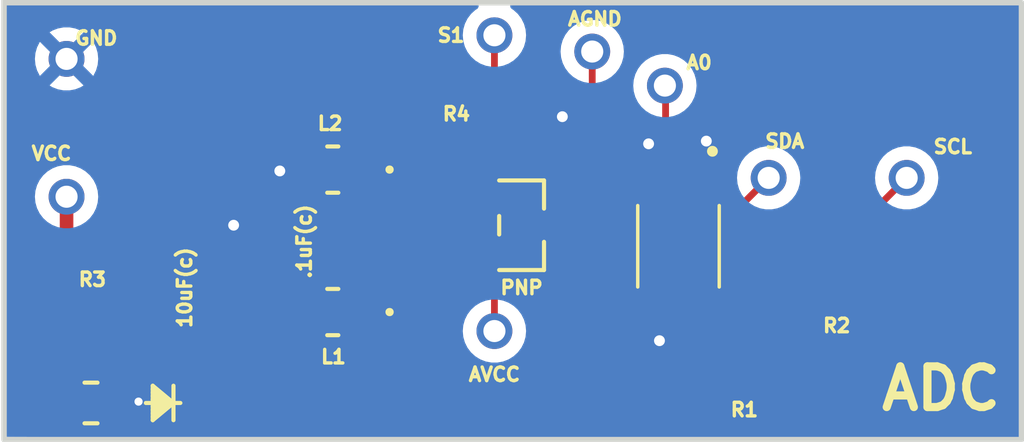
<source format=kicad_pcb>
(kicad_pcb (version 20240108) (generator "pcbnew") (generator_version "8.0")
  (layers (0 "F.Cu" signal) (31 "B.Cu" signal) (34 "B.Paste" user) (35 "F.Paste" user) (36 "B.SilkS" user "B.Silkscreen") (37 "F.SilkS" user "F.Silkscreen") (38 "B.Mask" user) (39 "F.Mask" user) (44 "Edge.Cuts" user))
  (net 0 "")
  (net 1 "/VCC")
  (net 3 "/GND")
  (net 4 "/AGND")
  (net 5 "/AVCC")
  (net 6 "/A0")
  (net 7 "/SDA")
  (net 8 "/SCL")
  (net 9 "Net-(LED1-Pad2)")
  (net 10 "/S1")
  (footprint "pPSI:1 pin header" (layer "F.Cu") (at 37.3 24.5)
    (property "Reference" "AVCC" (at 0 1.6 0) (layer "F.SilkS") (effects (font (size 0.5 0.5) (thickness 0.125))))
    (property "Value" "Conn_01x01" (hide yes))
    (pad "1" thru_hole circle (at 0 0) (size 1.3208 1.3208) (drill 0.8128) (layers "*.Cu" "*.Mask") (net 5 "/AVCC"))
  )
  (footprint "pPSI:green LED" (layer "F.Cu") (at 22.45 27.15 180)
    (property "Reference" "LED1" (hide yes))
    (property "Value" "PWR" (hide yes))
    (fp_line (start 0.23855 -0.7493) (end -0.23855 -0.7493) (stroke (width 0.1524)) (layer "F.SilkS"))
    (fp_line (start -0.23855 0.7493) (end 0.23855 0.7493) (stroke (width 0.1524)) (layer "F.SilkS"))
    (fp_line (start -2.0193 0) (end -3.2893 0) (stroke (width 0.1524)) (layer "F.SilkS"))
    (fp_line (start -2.2733 -0.635) (end -2.2733 0.635) (stroke (width 0.1524)) (layer "F.SilkS"))
    (fp_line (start -3.0353 0) (end -2.2733 0.635) (stroke (width 0.1524)) (layer "F.SilkS"))
    (fp_line (start -3.0353 0) (end -2.2733 0.508) (stroke (width 0.1524)) (layer "F.SilkS"))
    (fp_line (start -3.0353 0) (end -2.2733 0.381) (stroke (width 0.1524)) (layer "F.SilkS"))
    (fp_line (start -3.0353 0) (end -2.2733 0.254) (stroke (width 0.1524)) (layer "F.SilkS"))
    (fp_line (start -3.0353 0) (end -2.2733 0.127) (stroke (width 0.1524)) (layer "F.SilkS"))
    (fp_line (start -3.0353 0) (end -2.2733 -0.127) (stroke (width 0.1524)) (layer "F.SilkS"))
    (fp_line (start -3.0353 0) (end -2.2733 -0.254) (stroke (width 0.1524)) (layer "F.SilkS"))
    (fp_line (start -3.0353 0) (end -2.2733 -0.381) (stroke (width 0.1524)) (layer "F.SilkS"))
    (fp_line (start -3.0353 0) (end -2.2733 -0.508) (stroke (width 0.1524)) (layer "F.SilkS"))
    (fp_line (start -3.0353 0) (end -2.2733 -0.635) (stroke (width 0.1524)) (layer "F.SilkS"))
    (fp_line (start -3.0353 -0.635) (end -3.0353 0.635) (stroke (width 0.1524)) (layer "F.SilkS"))
    (pad "1" smd rect (at -0.7747 0 180) (size 0.4572 1.2446) (layers "F.Cu" "F.Paste" "F.Mask") (net 3 "/GND"))
    (pad "2" smd rect (at 0.7747 0 180) (size 0.4572 1.2446) (layers "F.Cu" "F.Paste" "F.Mask") (net 9 "Net-(LED1-Pad2)"))
  )
  (footprint "pPSI:10kohm resistor" (layer "F.Cu") (at 38 16.5 180)
    (property "Reference" "R4" (at 2.1 0 180) (layer "F.SilkS") (effects (font (size 0.5 0.5) (thickness 0.125))))
    (property "Value" "10k" (hide yes))
    (pad "1" smd rect (at -0.7141 0 180) (size 1 2.1082) (layers "F.Cu" "F.Paste" "F.Mask") (net 3 "/GND"))
    (pad "2" smd rect (at 0.7141 0 180) (size 1 2.1082) (layers "F.Cu" "F.Paste" "F.Mask") (net 10 "/S1"))
  )
  (footprint "pPSI:1 pin header" (layer "F.Cu") (at 37.3 13.6 180)
    (property "Reference" "S1" (at 1.6 0 0) (layer "F.SilkS") (effects (font (size 0.5 0.5) (thickness 0.125))))
    (property "Value" "Conn_01x01" (hide yes))
    (pad "1" thru_hole circle (at 0 0 180) (size 1.3208 1.3208) (drill 0.8128) (layers "*.Cu" "*.Mask") (net 10 "/S1"))
  )
  (footprint "pPSI:10kohm resistor" (layer "F.Cu") (at 48.0027 23.555 180)
    (property "Reference" "R2" (at -1.8973 -0.745 0) (layer "F.SilkS") (effects (font (size 0.5 0.5) (thickness 0.125))))
    (property "Value" "10kohm" (hide yes))
    (pad "1" smd rect (at -0.6223 0 180) (size 0.8128 2.1082) (layers "F.Cu" "F.Paste" "F.Mask") (net 1 "/VCC"))
    (pad "2" smd rect (at 0.6223 0 180) (size 0.8128 2.1082) (layers "F.Cu" "F.Paste" "F.Mask") (net 8 "/SCL"))
  )
  (footprint "pPSI:10kohm resistor" (layer "F.Cu") (at 44.575 26.605 90)
    (property "Reference" "R1" (at -0.795 1.925 180) (layer "F.SilkS") (effects (font (size 0.5 0.5) (thickness 0.125))))
    (property "Value" "10kohm" (hide yes))
    (pad "1" smd rect (at -0.6223 0 90) (size 0.8128 2.1082) (layers "F.Cu" "F.Paste" "F.Mask") (net 1 "/VCC"))
    (pad "2" smd rect (at 0.6223 0 90) (size 0.8128 2.1082) (layers "F.Cu" "F.Paste" "F.Mask") (net 7 "/SDA"))
  )
  (footprint "pPSI:10kohm resistor" (layer "F.Cu") (at 21.7 24.45 90)
    (property "Reference" "R3" (at 1.85 0.8 180) (layer "F.SilkS") (effects (font (size 0.5 0.5) (thickness 0.125))))
    (property "Value" "10k" (hide yes))
    (pad "1" smd rect (at -0.6223 0 90) (size 0.8128 2.1082) (layers "F.Cu" "F.Paste" "F.Mask") (net 9 "Net-(LED1-Pad2)"))
    (pad "2" smd rect (at 0.6223 0 90) (size 0.8128 2.1082) (layers "F.Cu" "F.Paste" "F.Mask") (net 1 "/VCC"))
  )
  (footprint "pPSI:PNP Transistor" (layer "F.Cu") (at 38.3 20.6 -90)
    (property "Reference" "T1" (hide yes))
    (property "Value" "PNP" (at 2.3 0 180) (layer "F.SilkS") (effects (font (size 0.5 0.5) (thickness 0.125))))
    (fp_line (start -0.34036 0.8255) (end 0.34036 0.8255) (stroke (width 0.1524)) (layer "F.SilkS"))
    (fp_line (start 1.651 0.8255) (end 1.651 -0.8255) (stroke (width 0.1524)) (layer "F.SilkS"))
    (fp_line (start -1.651 -0.8255) (end -1.651 0.8255) (stroke (width 0.1524)) (layer "F.SilkS"))
    (fp_line (start -0.61214 -0.8255) (end -1.651 -0.8255) (stroke (width 0.1524)) (layer "F.SilkS"))
    (fp_line (start 1.651 -0.8255) (end 0.61214 -0.8255) (stroke (width 0.1524)) (layer "F.SilkS"))
    (pad "1" smd rect (at -0.9525 0.9652 270) (size 0.75 1.5) (layers "F.Cu" "F.Paste" "F.Mask") (net 10 "/S1"))
    (pad "2" smd rect (at 0.9525 0.9652 270) (size 0.75 1.5) (layers "F.Cu" "F.Paste" "F.Mask") (net 5 "/AVCC"))
    (pad "3" smd rect (at 0 -0.9652 270) (size 0.75 1.5) (layers "F.Cu" "F.Paste" "F.Mask") (net 4 "/AGND"))
  )
  (footprint "pPSI:.1uF ceramic capacitor" (layer "F.Cu") (at 32.25 21.1932 -90)
    (property "Reference" "C2" (hide yes))
    (property "Value" ".1uF(c)" (at 0.0068 1.95 90) (layer "F.SilkS") (effects (font (size 0.5 0.5) (thickness 0.125))))
    (pad "1" smd rect (at -0.6068 0 270) (size 0.731 2.0066) (layers "F.Cu" "F.Paste" "F.Mask") (net 4 "/AGND"))
    (pad "2" smd rect (at 0.6068 0 270) (size 0.731 2.0066) (layers "F.Cu" "F.Paste" "F.Mask") (net 5 "/AVCC"))
  )
  (footprint "pPSI:2 pin header" (layer "F.Cu") (at 47.395 18.855)
    (property "Reference" "J1" (hide yes))
    (property "Value" "2-pin-header" (hide yes))
    (pad "1" thru_hole circle (at 0 0) (size 1.3208 1.3208) (drill 0.8128) (layers "*.Cu" "*.Mask") (net 7 "/SDA"))
    (pad "2" thru_hole circle (at 5.08 0) (size 1.3208 1.3208) (drill 0.8128) (layers "*.Cu" "*.Mask") (net 8 "/SCL"))
  )
  (footprint "pPSI:1 pin header" (layer "F.Cu") (at 43.575 15.455)
    (property "Reference" "J3" (hide yes))
    (property "Value" "Conn_01x01" (hide yes))
    (pad "1" thru_hole circle (at 0 0) (size 1.3208 1.3208) (drill 0.8128) (layers "*.Cu" "*.Mask") (net 6 "/A0"))
  )
  (footprint "pPSI:ADS1115" (layer "F.Cu") (at 44.075 21.375 -90)
    (property "Reference" "U1" (hide yes))
    (property "Value" "ADS1115IDGST" (hide yes))
    (fp_line (start -1.5 1.5) (end 1.5 1.5) (stroke (width 0.127)) (layer "F.SilkS"))
    (fp_line (start -1.5 -1.5) (end 1.5 -1.5) (stroke (width 0.127)) (layer "F.SilkS"))
    (fp_circle (center -3.5 -1.25) (end -3.4 -1.25) (stroke (width 0.2)) (fill none) (layer "F.SilkS"))
    (pad "1" smd roundrect (at -2.15 -1 270) (size 1.47 0.28) (layers "F.Cu" "F.Paste" "F.Mask") (roundrect_rratio 0.04) (net 3 "/GND"))
    (pad "2" smd roundrect (at -2.15 -0.5 270) (size 1.47 0.28) (layers "F.Cu" "F.Paste" "F.Mask") (roundrect_rratio 0.04))
    (pad "3" smd roundrect (at -2.15 0 270) (size 1.47 0.28) (layers "F.Cu" "F.Paste" "F.Mask") (roundrect_rratio 0.04) (net 4 "/AGND"))
    (pad "4" smd roundrect (at -2.15 0.5 270) (size 1.47 0.28) (layers "F.Cu" "F.Paste" "F.Mask") (roundrect_rratio 0.04) (net 6 "/A0"))
    (pad "5" smd roundrect (at -2.15 1 270) (size 1.47 0.28) (layers "F.Cu" "F.Paste" "F.Mask") (roundrect_rratio 0.04) (net 3 "/GND"))
    (pad "6" smd roundrect (at 2.15 1 270) (size 1.47 0.28) (layers "F.Cu" "F.Paste" "F.Mask") (roundrect_rratio 0.04) (net 3 "/GND"))
    (pad "7" smd roundrect (at 2.15 0.5 270) (size 1.47 0.28) (layers "F.Cu" "F.Paste" "F.Mask") (roundrect_rratio 0.04) (net 3 "/GND"))
    (pad "8" smd roundrect (at 2.15 0 270) (size 1.47 0.28) (layers "F.Cu" "F.Paste" "F.Mask") (roundrect_rratio 0.04) (net 5 "/AVCC"))
    (pad "9" smd roundrect (at 2.15 -0.5 270) (size 1.47 0.28) (layers "F.Cu" "F.Paste" "F.Mask") (roundrect_rratio 0.04) (net 7 "/SDA"))
    (pad "10" smd roundrect (at 2.15 -1 270) (size 1.47 0.28) (layers "F.Cu" "F.Paste" "F.Mask") (roundrect_rratio 0.04) (net 8 "/SCL"))
  )
  (footprint "pPSI:ferrite bead" (layer "F.Cu") (at 31.35 18.55 180)
    (property "Reference" "L2" (at 0.1 1.7 0) (layer "F.SilkS") (effects (font (size 0.5 0.5) (thickness 0.125))))
    (property "Value" "Ferrite-Bead" (hide yes))
    (fp_line (start 0.204212 -0.852) (end -0.204212 -0.852) (stroke (width 0.1524)) (layer "F.SilkS"))
    (fp_line (start -0.204212 0.852) (end 0.204212 0.852) (stroke (width 0.1524)) (layer "F.SilkS"))
    (fp_circle (center -2.0906 0) (end -2.0144 0) (stroke (width 0.1524)) (fill none) (layer "F.SilkS"))
    (pad "1" smd rect (at -0.8762 0 180) (size 0.7524 1.3992) (layers "F.Cu" "F.Paste" "F.Mask") (net 4 "/AGND"))
    (pad "2" smd rect (at 0.8762 0 180) (size 0.7524 1.3992) (layers "F.Cu" "F.Paste" "F.Mask") (net 3 "/GND"))
  )
  (footprint "pPSI:10uF Ceramic Capacitor" (layer "F.Cu") (at 27.75 23 -90)
    (property "Reference" "C1" (hide yes))
    (property "Value" "10uF(c)" (at -0.1 1.85 90) (layer "F.SilkS") (effects (font (size 0.5 0.5) (thickness 0.125))))
    (pad "1" smd rect (at -0.802799 0 270) (size 1.305598 1.449997) (layers "F.Cu" "F.Paste" "F.Mask") (net 3 "/GND"))
    (pad "2" smd rect (at 0.802799 0 270) (size 1.305598 1.449997) (layers "F.Cu" "F.Paste" "F.Mask") (net 1 "/VCC"))
  )
  (footprint "pPSI:ferrite bead" (layer "F.Cu") (at 31.35 23.8 180)
    (property "Reference" "L1" (at -0.0238 -1.65 0) (layer "F.SilkS") (effects (font (size 0.5 0.5) (thickness 0.125))))
    (property "Value" "Ferrite-Bead" (hide yes))
    (fp_line (start 0.204212 -0.852) (end -0.204212 -0.852) (stroke (width 0.1524)) (layer "F.SilkS"))
    (fp_line (start -0.204212 0.852) (end 0.204212 0.852) (stroke (width 0.1524)) (layer "F.SilkS"))
    (fp_circle (center -2.0906 0) (end -2.0144 0) (stroke (width 0.1524)) (fill none) (layer "F.SilkS"))
    (pad "1" smd rect (at -0.8762 0 180) (size 0.7524 1.3992) (layers "F.Cu" "F.Paste" "F.Mask") (net 5 "/AVCC"))
    (pad "2" smd rect (at 0.8762 0 180) (size 0.7524 1.3992) (layers "F.Cu" "F.Paste" "F.Mask") (net 1 "/VCC"))
  )
  (footprint "pPSI:2 pin header" (layer "F.Cu") (at 21.55 19.55 90)
    (property "Reference" "J2" (hide yes))
    (property "Value" "2-pin-header" (hide yes))
    (pad "1" thru_hole circle (at 0 0 90) (size 1.3208 1.3208) (drill 0.8128) (layers "*.Cu" "*.Mask") (net 1 "/VCC"))
    (pad "2" thru_hole circle (at 5.08 0 90) (size 1.3208 1.3208) (drill 0.8128) (layers "*.Cu" "*.Mask") (net 3 "/GND"))
  )
  (footprint "pPSI:1 pin header" (layer "F.Cu") (at 40.9 14.2 180)
    (property "Reference" "AGND" (at -0.1 1.2 0) (layer "F.SilkS") (effects (font (size 0.5 0.5) (thickness 0.125))))
    (property "Value" "Conn_01x01" (hide yes))
    (pad "1" thru_hole circle (at 0 0 180) (size 1.3208 1.3208) (drill 0.8128) (layers "*.Cu" "*.Mask") (net 4 "/AGND"))
  )
  (gr_rect (start 19.25 12.4) (end 56.7 28.5) (stroke (width 0.2)) (fill none) (layer "Edge.Cuts"))
  (gr_text "GND" (at 21.8 14 0) (layer "F.SilkS") (effects (font (size 0.5 0.5) (thickness 0.125) (bold yes)) (justify left bottom)))
  (gr_text "SDA" (at 47.2 17.8 0) (layer "F.SilkS") (effects (font (size 0.5 0.5) (thickness 0.125) (bold yes)) (justify left bottom)))
  (gr_text "A0" (at 44.3 14.9 0) (layer "F.SilkS") (effects (font (size 0.5 0.5) (thickness 0.125) (bold yes)) (justify left bottom)))
  (gr_text "VCC" (at 20.2 18.25 0) (layer "F.SilkS") (effects (font (size 0.5 0.5) (thickness 0.125) (bold yes)) (justify left bottom)))
  (gr_text "SCL" (at 53.4 18 0) (layer "F.SilkS") (effects (font (size 0.5 0.5) (thickness 0.125) (bold yes)) (justify left bottom)))
  (gr_text "ADC" (at 51.4 27.5 0) (layer "F.SilkS") (effects (font (size 1.5 1.5) (thickness 0.3) (bold yes)) (justify left bottom)))
  (segment (start 21.55 23.6777) (end 21.7 23.8277) (width 0.5) (layer "F.Cu") (net 1))
  (segment (start 30.471001 23.802799) (end 30.4738 23.8) (width 0.5) (layer "F.Cu") (net 1))
  (segment (start 27.75 23.802799) (end 30.471001 23.802799) (width 0.5) (layer "F.Cu") (net 1))
  (segment (start 27.75 25.85) (end 29.1273 27.2273) (width 0.5) (layer "F.Cu") (net 1))
  (segment (start 29.1273 27.2273) (end 44.575 27.2273) (width 0.5) (layer "F.Cu") (net 1))
  (segment (start 48.0973 27.2273) (end 44.575 27.2273) (width 0.5) (layer "F.Cu") (net 1))
  (segment (start 27.725099 23.8277) (end 27.75 23.802799) (width 0.5) (layer "F.Cu") (net 1))
  (segment (start 48.625 23.555) (end 48.625 26.755) (width 0.5) (layer "F.Cu") (net 1))
  (segment (start 27.75 23.802799) (end 27.75 25.85) (width 0.5) (layer "F.Cu") (net 1))
  (segment (start 21.7 23.8277) (end 27.725099 23.8277) (width 0.5) (layer "F.Cu") (net 1))
  (segment (start 48.125 27.255) (end 48.0973 27.2273) (width 0.5) (layer "F.Cu") (net 1))
  (segment (start 48.625 26.755) (end 48.125 27.255) (width 0.5) (layer "F.Cu") (net 1))
  (segment (start 21.55 19.55) (end 21.55 23.6777) (width 0.5) (layer "F.Cu") (net 1))
  (segment (start 24.15 27.15) (end 24.2 27.1) (width 0.25) (layer "F.Cu") (net 3))
  (segment (start 45.1 17.5) (end 45.075 17.525) (width 0.25) (layer "F.Cu") (net 3))
  (segment (start 45.075 17.525) (end 45.075 19.225) (width 0.25) (layer "F.Cu") (net 3))
  (segment (start 23.2247 27.15) (end 24.15 27.15) (width 0.25) (layer "F.Cu") (net 3))
  (segment (start 42.975 17.6) (end 43.075 17.7) (width 0.25) (layer "F.Cu") (net 3))
  (segment (start 43.075 17.7) (end 43.075 19.225) (width 0.25) (layer "F.Cu") (net 3))
  (segment (start 43.375 24.855) (end 43.575 24.655) (width 0.25) (layer "F.Cu") (net 3))
  (segment (start 27.75 22.197201) (end 27.75 20.65) (width 0.25) (layer "F.Cu") (net 3))
  (segment (start 43.075 24.555) (end 43.075 23.525) (width 0.25) (layer "F.Cu") (net 3))
  (segment (start 43.375 24.855) (end 43.075 24.555) (width 0.25) (layer "F.Cu") (net 3))
  (segment (start 43.575 24.655) (end 43.575 23.525) (width 0.25) (layer "F.Cu") (net 3))
  (segment (start 29.45 18.55) (end 29.4 18.6) (width 0.25) (layer "F.Cu") (net 3))
  (segment (start 27.75 20.65) (end 27.7 20.6) (width 0.25) (layer "F.Cu") (net 3))
  (segment (start 38.8141 16.6) (end 38.7141 16.5) (width 0.25) (layer "F.Cu") (net 3))
  (segment (start 39.8 16.6) (end 38.8141 16.6) (width 0.25) (layer "F.Cu") (net 3))
  (segment (start 30.4738 18.55) (end 29.45 18.55) (width 0.25) (layer "F.Cu") (net 3))
  (via blind (at 43.375 24.855) (size 0.6) (drill 0.4) (layers "F.Cu" "B.Cu") (net 3))
  (via blind (at 27.7 20.6) (size 0.6) (drill 0.4) (layers "F.Cu" "B.Cu") (net 3))
  (via blind (at 45.1 17.5) (size 0.6) (drill 0.4) (layers "F.Cu" "B.Cu") (net 3))
  (via blind (at 24.2 27.1) (size 0.5) (drill 0.3) (layers "F.Cu" "B.Cu") (net 3))
  (via blind (at 39.8 16.6) (size 0.6) (drill 0.4) (layers "F.Cu" "B.Cu") (net 3))
  (via blind (at 29.4 18.6) (size 0.6) (drill 0.4) (layers "F.Cu" "B.Cu") (net 3))
  (via blind (at 42.975 17.6) (size 0.6) (drill 0.4) (layers "F.Cu" "B.Cu") (net 3))
  (segment (start 32.25 18.5738) (end 32.2262 18.55) (width 0.5) (layer "F.Cu") (net 4))
  (segment (start 32.25 20.5864) (end 39.2516 20.5864) (width 0.5) (layer "F.Cu") (net 4))
  (segment (start 32.25 20.5864) (end 32.25 18.5738) (width 0.5) (layer "F.Cu") (net 4))
  (segment (start 43.528368 20.6) (end 41.3 20.6) (width 0.25) (layer "F.Cu") (net 4))
  (segment (start 40.9 20.2) (end 41.3 20.6) (width 0.25) (layer "F.Cu") (net 4))
  (segment (start 44.075 20.053368) (end 43.528368 20.6) (width 0.25) (layer "F.Cu") (net 4))
  (segment (start 41.3 20.6) (end 39.2652 20.6) (width 0.25) (layer "F.Cu") (net 4))
  (segment (start 39.2516 20.5864) (end 39.2652 20.6) (width 0.5) (layer "F.Cu") (net 4))
  (segment (start 40.9 14.2) (end 40.9 20.2) (width 0.25) (layer "F.Cu") (net 4))
  (segment (start 44.075 19.225) (end 44.075 20.053368) (width 0.25) (layer "F.Cu") (net 4))
  (segment (start 32.2262 23.8) (end 32.2262 21.8238) (width 0.5) (layer "F.Cu") (net 5))
  (segment (start 32.25 21.8) (end 32.5 21.8) (width 0.5) (layer "F.Cu") (net 5))
  (segment (start 37.3 24.5) (end 37.3 21.5873) (width 0.25) (layer "F.Cu") (net 5))
  (segment (start 42.930559 21.5525) (end 37.3348 21.5525) (width 0.25) (layer "F.Cu") (net 5))
  (segment (start 32.5 21.8) (end 32.7475 21.5525) (width 0.5) (layer "F.Cu") (net 5))
  (segment (start 32.2262 21.8238) (end 32.25 21.8) (width 0.5) (layer "F.Cu") (net 5))
  (segment (start 44.1 23.5) (end 44.1 22.721941) (width 0.25) (layer "F.Cu") (net 5))
  (segment (start 44.075 23.525) (end 44.1 23.5) (width 0.25) (layer "F.Cu") (net 5))
  (segment (start 32.7475 21.5525) (end 37.3348 21.5525) (width 0.5) (layer "F.Cu") (net 5))
  (segment (start 37.3 21.5873) (end 37.3348 21.5525) (width 0.25) (layer "F.Cu") (net 5))
  (segment (start 44.1 22.721941) (end 42.930559 21.5525) (width 0.25) (layer "F.Cu") (net 5))
  (segment (start 43.575 15.405) (end 43.6 15.43) (width 0.25) (layer "F.Cu") (net 6))
  (segment (start 43.6 15.43) (end 43.6 19.2) (width 0.25) (layer "F.Cu") (net 6))
  (segment (start 43.6 19.2) (end 43.575 19.225) (width 0.25) (layer "F.Cu") (net 6))
  (segment (start 44.575 21.675) (end 47.395 18.855) (width 0.25) (layer "F.Cu") (net 7))
  (segment (start 44.575 23.525) (end 44.575 21.675) (width 0.25) (layer "F.Cu") (net 7))
  (segment (start 44.575 25.9827) (end 44.575 23.525) (width 0.25) (layer "F.Cu") (net 7))
  (segment (start 45.075 22.605) (end 46.475 21.205) (width 0.25) (layer "F.Cu") (net 8))
  (segment (start 46.475 21.205) (end 50.125 21.205) (width 0.25) (layer "F.Cu") (net 8))
  (segment (start 45.105 23.555) (end 45.075 23.525) (width 0.25) (layer "F.Cu") (net 8))
  (segment (start 45.075 23.525) (end 45.075 22.605) (width 0.25) (layer "F.Cu") (net 8))
  (segment (start 50.125 21.205) (end 52.475 18.855) (width 0.25) (layer "F.Cu") (net 8))
  (segment (start 47.3804 23.555) (end 45.105 23.555) (width 0.25) (layer "F.Cu") (net 8))
  (segment (start 21.6753 27.15) (end 21.6753 25.097) (width 0.25) (layer "F.Cu") (net 9))
  (segment (start 21.6753 25.097) (end 21.7 25.0723) (width 0.25) (layer "F.Cu") (net 9))
  (segment (start 37.2859 16.5) (end 37.2859 19.5986) (width 0.25) (layer "F.Cu") (net 10))
  (segment (start 37.2859 19.5986) (end 37.3348 19.6475) (width 0.25) (layer "F.Cu") (net 10))
  (segment (start 37.3 16.4859) (end 37.2859 16.5) (width 0.25) (layer "F.Cu") (net 10))
  (segment (start 37.3 13.6) (end 37.3 16.4859) (width 0.25) (layer "F.Cu") (net 10))
  (zone (net 3) (net_name "/GND") (layer "B.Cu") (connect_pads (clearance 0.5)) (min_thickness 0.25) (fill yes (thermal_gap 0.5) (thermal_bridge_width 0.5))
    (polygon (pts (xy 19.2 12.35) (xy 22.2 12.35) (xy 56.7 12.35) (xy 56.65 28.5) (xy 19.1 28.4)))
  )
)
</source>
